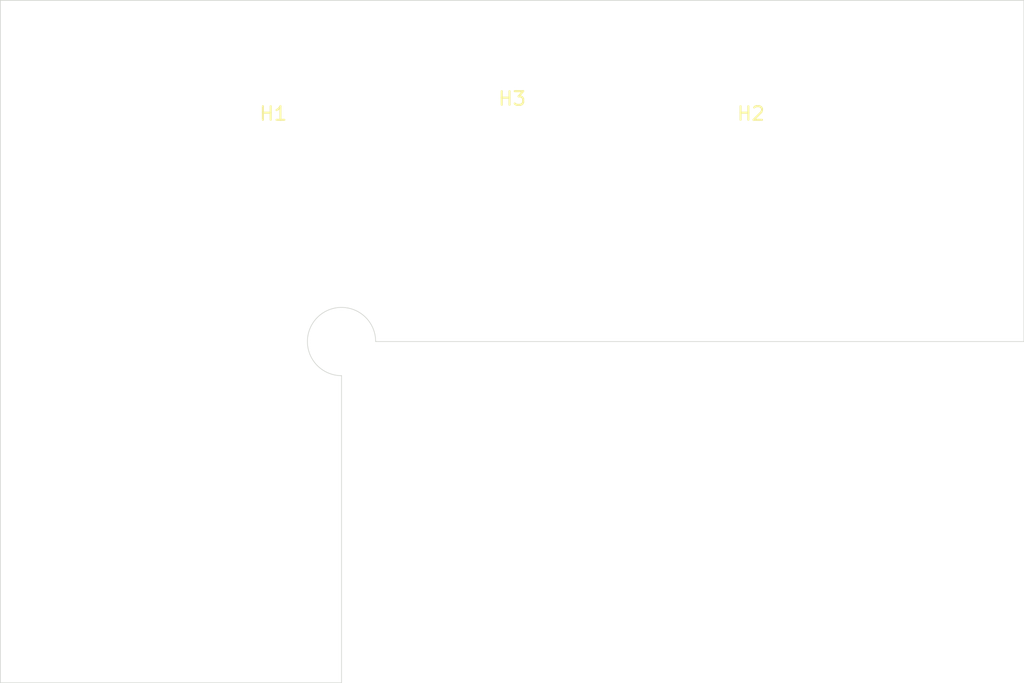
<source format=kicad_pcb>
(kicad_pcb (version 20171130) (host pcbnew 5.1.4+dfsg1-1~bpo10+1)

  (general
    (thickness 1.6)
    (drawings 7)
    (tracks 0)
    (zones 0)
    (modules 3)
    (nets 1)
  )

  (page A4)
  (layers
    (0 F.Cu signal)
    (31 B.Cu signal)
    (32 B.Adhes user)
    (33 F.Adhes user)
    (34 B.Paste user)
    (35 F.Paste user)
    (36 B.SilkS user)
    (37 F.SilkS user)
    (38 B.Mask user)
    (39 F.Mask user)
    (40 Dwgs.User user)
    (41 Cmts.User user)
    (42 Eco1.User user)
    (43 Eco2.User user)
    (44 Edge.Cuts user)
    (45 Margin user)
    (46 B.CrtYd user)
    (47 F.CrtYd user)
    (48 B.Fab user)
    (49 F.Fab user)
  )

  (setup
    (last_trace_width 0.25)
    (trace_clearance 0.2)
    (zone_clearance 0.508)
    (zone_45_only no)
    (trace_min 0.2)
    (via_size 0.8)
    (via_drill 0.4)
    (via_min_size 0.4)
    (via_min_drill 0.3)
    (uvia_size 0.3)
    (uvia_drill 0.1)
    (uvias_allowed no)
    (uvia_min_size 0.2)
    (uvia_min_drill 0.1)
    (edge_width 0.05)
    (segment_width 0.2)
    (pcb_text_width 0.3)
    (pcb_text_size 1.5 1.5)
    (mod_edge_width 0.12)
    (mod_text_size 1 1)
    (mod_text_width 0.15)
    (pad_size 1.524 1.524)
    (pad_drill 0.762)
    (pad_to_mask_clearance 0.051)
    (solder_mask_min_width 0.25)
    (aux_axis_origin 0 0)
    (visible_elements FFFFFF7F)
    (pcbplotparams
      (layerselection 0x010fc_ffffffff)
      (usegerberextensions false)
      (usegerberattributes false)
      (usegerberadvancedattributes false)
      (creategerberjobfile false)
      (excludeedgelayer true)
      (linewidth 0.100000)
      (plotframeref false)
      (viasonmask false)
      (mode 1)
      (useauxorigin false)
      (hpglpennumber 1)
      (hpglpenspeed 20)
      (hpglpendiameter 15.000000)
      (psnegative false)
      (psa4output false)
      (plotreference true)
      (plotvalue true)
      (plotinvisibletext false)
      (padsonsilk false)
      (subtractmaskfromsilk false)
      (outputformat 1)
      (mirror false)
      (drillshape 1)
      (scaleselection 1)
      (outputdirectory ""))
  )

  (net 0 "")

  (net_class Default "This is the default net class."
    (clearance 0.2)
    (trace_width 0.25)
    (via_dia 0.8)
    (via_drill 0.4)
    (uvia_dia 0.3)
    (uvia_drill 0.1)
  )

  (module MountingHole:MountingHole_4.3mm_M4 (layer F.Cu) (tedit 56D1B4CB) (tstamp 5D69BBA0)
    (at 92.5 57.5)
    (descr "Mounting Hole 4.3mm, no annular, M4")
    (tags "mounting hole 4.3mm no annular m4")
    (path /5D696D3E)
    (attr virtual)
    (fp_text reference H3 (at 0 -5.3) (layer F.SilkS)
      (effects (font (size 1 1) (thickness 0.15)))
    )
    (fp_text value MountingHole (at 0 5.3) (layer F.Fab)
      (effects (font (size 1 1) (thickness 0.15)))
    )
    (fp_circle (center 0 0) (end 4.55 0) (layer F.CrtYd) (width 0.05))
    (fp_circle (center 0 0) (end 4.3 0) (layer Cmts.User) (width 0.15))
    (fp_text user %R (at 0.3 0) (layer F.Fab)
      (effects (font (size 1 1) (thickness 0.15)))
    )
    (pad 1 np_thru_hole circle (at 0 0) (size 4.3 4.3) (drill 4.3) (layers *.Cu *.Mask))
  )

  (module MountingHole:MountingHole_3.2mm_M3 (layer F.Cu) (tedit 56D1B4CB) (tstamp 5D69BADC)
    (at 110 57.5)
    (descr "Mounting Hole 3.2mm, no annular, M3")
    (tags "mounting hole 3.2mm no annular m3")
    (path /5D6967CD)
    (attr virtual)
    (fp_text reference H2 (at 0 -4.2) (layer F.SilkS)
      (effects (font (size 1 1) (thickness 0.15)))
    )
    (fp_text value MountingHole (at 0 4.2) (layer F.Fab)
      (effects (font (size 1 1) (thickness 0.15)))
    )
    (fp_circle (center 0 0) (end 3.45 0) (layer F.CrtYd) (width 0.05))
    (fp_circle (center 0 0) (end 3.2 0) (layer Cmts.User) (width 0.15))
    (fp_text user %R (at 0.3 0) (layer F.Fab)
      (effects (font (size 1 1) (thickness 0.15)))
    )
    (pad 1 np_thru_hole circle (at 0 0) (size 3.2 3.2) (drill 3.2) (layers *.Cu *.Mask))
  )

  (module MountingHole:MountingHole_3.2mm_M3 (layer F.Cu) (tedit 56D1B4CB) (tstamp 5D69BA18)
    (at 75 57.5)
    (descr "Mounting Hole 3.2mm, no annular, M3")
    (tags "mounting hole 3.2mm no annular m3")
    (path /5D6965AD)
    (attr virtual)
    (fp_text reference H1 (at 0 -4.2) (layer F.SilkS)
      (effects (font (size 1 1) (thickness 0.15)))
    )
    (fp_text value MountingHole (at 0 4.2) (layer F.Fab)
      (effects (font (size 1 1) (thickness 0.15)))
    )
    (fp_circle (center 0 0) (end 3.45 0) (layer F.CrtYd) (width 0.05))
    (fp_circle (center 0 0) (end 3.2 0) (layer Cmts.User) (width 0.15))
    (fp_text user %R (at 0.3 0) (layer F.Fab)
      (effects (font (size 1 1) (thickness 0.15)))
    )
    (pad 1 np_thru_hole circle (at 0 0) (size 3.2 3.2) (drill 3.2) (layers *.Cu *.Mask))
  )

  (gr_arc (start 80 70) (end 82.5 70) (angle -270) (layer Edge.Cuts) (width 0.05))
  (gr_line (start 55 95) (end 80 95) (layer Edge.Cuts) (width 0.05) (tstamp 5D69BBF0))
  (gr_line (start 55 45) (end 55 95) (layer Edge.Cuts) (width 0.05))
  (gr_line (start 80 72.5) (end 80 95) (layer Edge.Cuts) (width 0.05))
  (gr_line (start 130 70) (end 82.5 70) (layer Edge.Cuts) (width 0.05))
  (gr_line (start 130 45) (end 130 70) (layer Edge.Cuts) (width 0.05))
  (gr_line (start 55 45) (end 130 45) (layer Edge.Cuts) (width 0.05))

)

</source>
